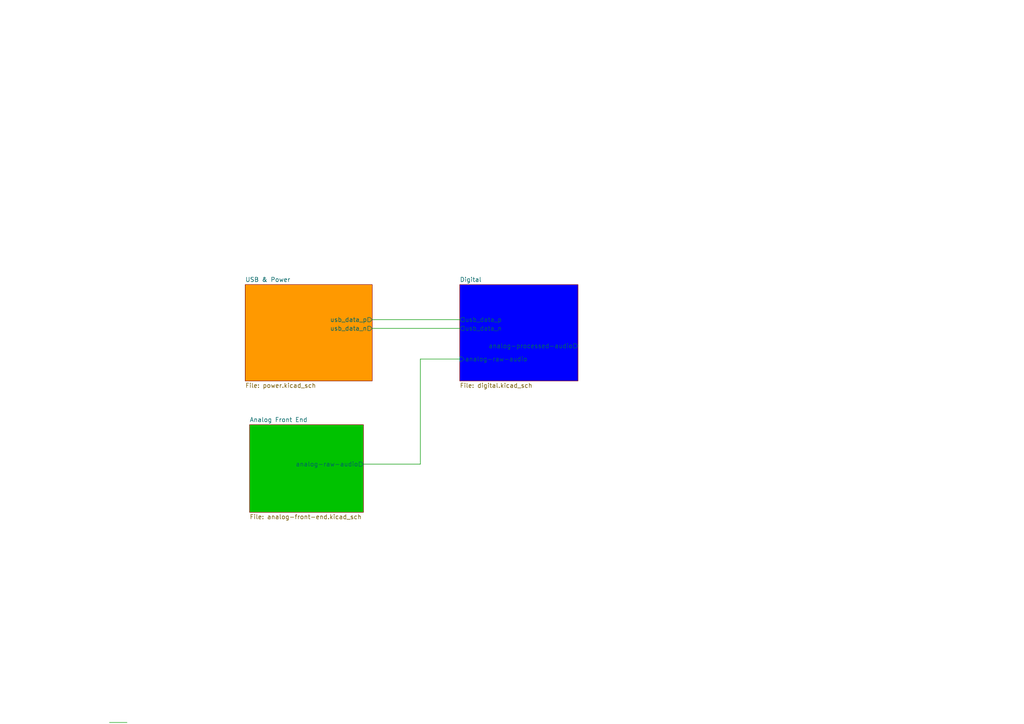
<source format=kicad_sch>
(kicad_sch
	(version 20231120)
	(generator "eeschema")
	(generator_version "8.0")
	(uuid "0267f61e-1f1e-47a0-bcb7-f00f10e9d8db")
	(paper "A4")
	(title_block
		(title "STM32 ADC DAC Project")
		(date "2024-12-21")
		(rev "v0.1")
	)
	(lib_symbols)
	(wire
		(pts
			(xy 107.95 92.71) (xy 133.35 92.71)
		)
		(stroke
			(width 0)
			(type default)
		)
		(uuid "0af6c22f-7899-4a9e-a545-6015e85f82eb")
	)
	(wire
		(pts
			(xy 107.95 95.25) (xy 133.35 95.25)
		)
		(stroke
			(width 0)
			(type default)
		)
		(uuid "0c25997e-f3ec-49a2-99cf-4ecd5885a912")
	)
	(wire
		(pts
			(xy 36.83 209.55) (xy 31.75 209.55)
		)
		(stroke
			(width 0)
			(type default)
		)
		(uuid "368ddbe4-1d4c-4a4d-af08-dd266329b2b3")
	)
	(wire
		(pts
			(xy 121.92 104.14) (xy 133.35 104.14)
		)
		(stroke
			(width 0)
			(type default)
		)
		(uuid "3edef25c-dd35-4e80-8e31-56fa320ea925")
	)
	(wire
		(pts
			(xy 105.41 134.62) (xy 121.92 134.62)
		)
		(stroke
			(width 0)
			(type default)
		)
		(uuid "4489f890-ab83-49df-b9e4-a3810e8a9796")
	)
	(wire
		(pts
			(xy 121.92 134.62) (xy 121.92 104.14)
		)
		(stroke
			(width 0)
			(type default)
		)
		(uuid "cc3e69a7-cf79-4a04-b4e8-6602c15d3049")
	)
	(sheet
		(at 71.12 82.55)
		(size 36.83 27.94)
		(fields_autoplaced yes)
		(stroke
			(width 0.1524)
			(type solid)
		)
		(fill
			(color 255 153 0 1.0000)
		)
		(uuid "0b6e8a9a-701a-44fb-b961-fd4769070f35")
		(property "Sheetname" "USB & Power"
			(at 71.12 81.8384 0)
			(effects
				(font
					(size 1.27 1.27)
				)
				(justify left bottom)
			)
		)
		(property "Sheetfile" "power.kicad_sch"
			(at 71.12 111.0746 0)
			(effects
				(font
					(size 1.27 1.27)
				)
				(justify left top)
			)
		)
		(pin "usb_data_p" output
			(at 107.95 92.71 0)
			(effects
				(font
					(size 1.27 1.27)
				)
				(justify right)
			)
			(uuid "8a0571ff-683d-40fc-9270-be75263f83d7")
		)
		(pin "usb_data_n" output
			(at 107.95 95.25 0)
			(effects
				(font
					(size 1.27 1.27)
				)
				(justify right)
			)
			(uuid "8e478f86-ecd7-44a9-ab9d-e27c681d76b9")
		)
		(instances
			(project "arm_adc_dac"
				(path "/0267f61e-1f1e-47a0-bcb7-f00f10e9d8db"
					(page "2")
				)
			)
		)
	)
	(sheet
		(at 72.39 123.19)
		(size 33.02 25.4)
		(fields_autoplaced yes)
		(stroke
			(width 0.1524)
			(type solid)
		)
		(fill
			(color 0 194 0 1.0000)
		)
		(uuid "4dcd85dd-b42b-4764-90cc-404ed16ba3ea")
		(property "Sheetname" "Analog Front End"
			(at 72.39 122.4784 0)
			(effects
				(font
					(size 1.27 1.27)
				)
				(justify left bottom)
			)
		)
		(property "Sheetfile" "analog-front-end.kicad_sch"
			(at 72.39 149.1746 0)
			(effects
				(font
					(size 1.27 1.27)
				)
				(justify left top)
			)
		)
		(pin "analog-raw-audio" output
			(at 105.41 134.62 0)
			(effects
				(font
					(size 1.27 1.27)
				)
				(justify right)
			)
			(uuid "0dad22eb-0c8e-48c1-9c50-19e20d2e4338")
		)
		(instances
			(project "arm_adc_dac"
				(path "/0267f61e-1f1e-47a0-bcb7-f00f10e9d8db"
					(page "3")
				)
			)
		)
	)
	(sheet
		(at 133.35 82.55)
		(size 34.29 27.94)
		(fields_autoplaced yes)
		(stroke
			(width 0.1524)
			(type solid)
		)
		(fill
			(color 0 0 255 1.0000)
		)
		(uuid "6b1462cf-54cd-49b5-bb03-ea1706ae49e5")
		(property "Sheetname" "Digital"
			(at 133.35 81.8384 0)
			(effects
				(font
					(size 1.27 1.27)
				)
				(justify left bottom)
			)
		)
		(property "Sheetfile" "digital.kicad_sch"
			(at 133.35 111.0746 0)
			(effects
				(font
					(size 1.27 1.27)
				)
				(justify left top)
			)
		)
		(pin "usb_data_n" output
			(at 133.35 95.25 180)
			(effects
				(font
					(size 1.27 1.27)
				)
				(justify left)
			)
			(uuid "d06f0e15-c56e-4618-a669-29e80083443a")
		)
		(pin "usb_data_p" output
			(at 133.35 92.71 180)
			(effects
				(font
					(size 1.27 1.27)
				)
				(justify left)
			)
			(uuid "09969c3b-d7ba-478b-bbb3-a3d23f7b7762")
		)
		(pin "analog-processed-audio" output
			(at 167.64 100.33 0)
			(effects
				(font
					(size 1.27 1.27)
				)
				(justify right)
			)
			(uuid "2dc53b0c-e5e0-4d58-964d-4c4b85324337")
		)
		(pin "analog-raw-audio" input
			(at 133.35 104.14 180)
			(effects
				(font
					(size 1.27 1.27)
				)
				(justify left)
			)
			(uuid "5f44924e-d204-45b1-aacf-655c7736654d")
		)
		(instances
			(project "arm_adc_dac"
				(path "/0267f61e-1f1e-47a0-bcb7-f00f10e9d8db"
					(page "4")
				)
			)
		)
	)
	(sheet_instances
		(path "/"
			(page "1")
		)
	)
)

</source>
